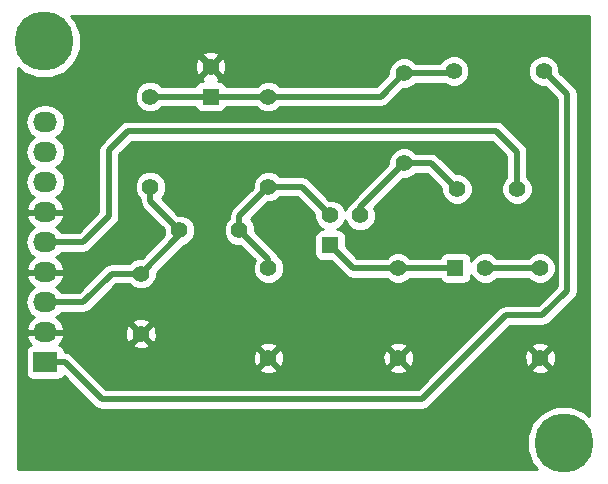
<source format=gbl>
G04 #@! TF.FileFunction,Copper,L2,Bot,Signal*
%FSLAX45Y45*%
G04 Gerber Fmt 4.5, Leading zero omitted, Abs format (unit mm)*
G04 Created by KiCad (PCBNEW (2015-01-25 BZR 5388)-product) date Mo 03 Aug 2015 14:17:27 CEST*
%MOMM*%
G01*
G04 APERTURE LIST*
%ADD10C,0.150000*%
%ADD11C,5.001260*%
%ADD12C,1.397000*%
%ADD13R,2.032000X1.727200*%
%ADD14O,2.032000X1.727200*%
%ADD15R,1.397000X1.397000*%
%ADD16C,0.508000*%
%ADD17C,0.254000*%
G04 APERTURE END LIST*
D10*
D11*
X17100042Y-9900158D03*
X12700000Y-6499860D03*
D12*
X14599920Y-8419084D03*
X14599920Y-9181084D03*
X16899890Y-8419084D03*
X16899890Y-9181084D03*
X16168878Y-6750050D03*
X16930878Y-6750050D03*
X15749778Y-6769100D03*
X15749778Y-7531100D03*
X14599920Y-6968998D03*
X14599920Y-7730998D03*
X13599922Y-6968998D03*
X13599922Y-7730998D03*
X15699994Y-8419084D03*
X15699994Y-9181084D03*
X16195802Y-7750048D03*
X16703802Y-7750048D03*
X13846048Y-8100060D03*
X14354048Y-8100060D03*
X13519912Y-8466074D03*
X13519912Y-8974074D03*
D13*
X12710000Y-9216000D03*
D14*
X12710000Y-8962000D03*
X12710000Y-8708000D03*
X12710000Y-8454000D03*
X12710000Y-8200000D03*
X12710000Y-7946000D03*
X12710000Y-7692000D03*
X12710000Y-7438000D03*
X12710000Y-7184000D03*
D15*
X14110000Y-6967000D03*
D12*
X14110000Y-6713000D03*
D15*
X16183000Y-8420000D03*
D12*
X16437000Y-8420000D03*
D15*
X15123000Y-8227000D03*
D12*
X15123000Y-7973000D03*
X15377000Y-7973000D03*
D16*
X12876000Y-9216000D02*
X13190000Y-9530000D01*
X13190000Y-9530000D02*
X15900000Y-9530000D01*
X15900000Y-9530000D02*
X16610000Y-8820000D01*
X16610000Y-8820000D02*
X16920000Y-8820000D01*
X16920000Y-8820000D02*
X17130000Y-8610000D01*
X17130000Y-8610000D02*
X17130000Y-6949172D01*
X17130000Y-6949172D02*
X16930878Y-6750050D01*
X12710000Y-9216000D02*
X12876000Y-9216000D01*
X13599922Y-7730998D02*
X13599922Y-7853934D01*
X13599922Y-7853934D02*
X13846048Y-8100060D01*
X13846048Y-8100060D02*
X13846048Y-8139938D01*
X13846048Y-8139938D02*
X13519912Y-8466074D01*
X13032000Y-8708000D02*
X13273926Y-8466074D01*
X13273926Y-8466074D02*
X13519912Y-8466074D01*
X12710000Y-8708000D02*
X13032000Y-8708000D01*
X15749778Y-6769100D02*
X16149828Y-6769100D01*
X16149828Y-6769100D02*
X16168878Y-6750050D01*
X14599920Y-6968998D02*
X15549880Y-6968998D01*
X15549880Y-6968998D02*
X15749778Y-6769100D01*
X14108002Y-6968998D02*
X14110000Y-6967000D01*
X13599922Y-6968998D02*
X14108002Y-6968998D01*
X14597922Y-6967000D02*
X14599920Y-6968998D01*
X14110000Y-6967000D02*
X14597922Y-6967000D01*
X14880844Y-7730998D02*
X15122906Y-7973060D01*
X14354048Y-8100060D02*
X14354048Y-7976870D01*
X14599920Y-7730998D02*
X14880844Y-7730998D01*
X14354048Y-7976870D02*
X14599920Y-7730998D01*
X14599920Y-8345932D02*
X14354048Y-8100060D01*
X14599920Y-8419084D02*
X14599920Y-8345932D01*
X15699994Y-8419084D02*
X15314930Y-8419084D01*
X15719044Y-8400034D02*
X15699994Y-8419084D01*
X15314930Y-8419084D02*
X15122906Y-8227060D01*
X16182084Y-8419084D02*
X16183000Y-8420000D01*
X15699994Y-8419084D02*
X16182084Y-8419084D01*
X16898974Y-8420000D02*
X16899890Y-8419084D01*
X16437000Y-8420000D02*
X16898974Y-8420000D01*
X15749778Y-7531100D02*
X15976854Y-7531100D01*
X15376906Y-7973060D02*
X15376906Y-7903972D01*
X15376906Y-7903972D02*
X15749778Y-7531100D01*
X15976854Y-7531100D02*
X16195802Y-7750048D01*
X16703802Y-7433802D02*
X16530000Y-7260000D01*
X16530000Y-7260000D02*
X13410000Y-7260000D01*
X13410000Y-7260000D02*
X13250000Y-7420000D01*
X13250000Y-7420000D02*
X13250000Y-7980000D01*
X13250000Y-7980000D02*
X13030000Y-8200000D01*
X13030000Y-8200000D02*
X12710000Y-8200000D01*
X16703802Y-7750048D02*
X16703802Y-7433802D01*
D17*
G36*
X17317466Y-9674129D02*
X17277893Y-9634487D01*
X17218900Y-9609991D01*
X17218900Y-8610000D01*
X17218900Y-6949172D01*
X17212133Y-6915151D01*
X17192862Y-6886310D01*
X17064221Y-6757670D01*
X17064251Y-6723641D01*
X17043993Y-6674612D01*
X17006513Y-6637067D01*
X16957519Y-6616723D01*
X16904469Y-6616677D01*
X16855440Y-6636935D01*
X16817895Y-6674415D01*
X16797551Y-6723409D01*
X16797505Y-6776459D01*
X16817763Y-6825488D01*
X16855243Y-6863033D01*
X16904237Y-6883377D01*
X16938511Y-6883407D01*
X17041100Y-6985996D01*
X17041100Y-8573176D01*
X17033263Y-8581013D01*
X17033263Y-8392675D01*
X17013005Y-8343646D01*
X16975525Y-8306101D01*
X16926531Y-8285757D01*
X16873481Y-8285711D01*
X16837175Y-8300712D01*
X16837175Y-7723639D01*
X16816917Y-7674610D01*
X16792702Y-7650353D01*
X16792702Y-7433802D01*
X16785935Y-7399781D01*
X16766664Y-7370940D01*
X16592862Y-7197138D01*
X16564021Y-7177867D01*
X16530000Y-7171100D01*
X16302251Y-7171100D01*
X16302251Y-6723641D01*
X16281993Y-6674612D01*
X16244513Y-6637067D01*
X16195519Y-6616723D01*
X16142469Y-6616677D01*
X16093440Y-6636935D01*
X16055895Y-6674415D01*
X16053493Y-6680200D01*
X15849454Y-6680200D01*
X15825413Y-6656117D01*
X15776419Y-6635773D01*
X15723369Y-6635727D01*
X15674340Y-6655985D01*
X15636795Y-6693465D01*
X15616451Y-6742459D01*
X15616421Y-6776733D01*
X15513056Y-6880098D01*
X14699596Y-6880098D01*
X14675555Y-6856015D01*
X14626561Y-6835671D01*
X14573511Y-6835625D01*
X14524482Y-6855883D01*
X14502227Y-6878100D01*
X14244593Y-6878100D01*
X14244593Y-6732252D01*
X14241715Y-6679280D01*
X14226980Y-6643707D01*
X14203419Y-6637542D01*
X14185458Y-6655502D01*
X14185458Y-6619581D01*
X14179293Y-6596020D01*
X14129252Y-6578407D01*
X14076280Y-6581285D01*
X14040707Y-6596020D01*
X14034542Y-6619581D01*
X14110000Y-6695039D01*
X14185458Y-6619581D01*
X14185458Y-6655502D01*
X14127960Y-6713000D01*
X14203419Y-6788458D01*
X14226980Y-6782293D01*
X14244593Y-6732252D01*
X14244593Y-6878100D01*
X14240898Y-6878100D01*
X14239896Y-6872938D01*
X14225917Y-6851657D01*
X14204814Y-6837412D01*
X14179850Y-6832406D01*
X14173436Y-6832406D01*
X14179293Y-6829980D01*
X14185458Y-6806419D01*
X14110000Y-6730960D01*
X14092039Y-6748921D01*
X14092039Y-6713000D01*
X14016581Y-6637542D01*
X13993020Y-6643707D01*
X13975407Y-6693748D01*
X13978285Y-6746720D01*
X13993020Y-6782293D01*
X14016581Y-6788458D01*
X14092039Y-6713000D01*
X14092039Y-6748921D01*
X14034542Y-6806419D01*
X14040707Y-6829980D01*
X14047600Y-6832406D01*
X14040150Y-6832406D01*
X14015938Y-6837104D01*
X13994657Y-6851083D01*
X13980412Y-6872186D01*
X13978826Y-6880098D01*
X13699598Y-6880098D01*
X13675557Y-6856015D01*
X13626563Y-6835671D01*
X13573513Y-6835625D01*
X13524484Y-6855883D01*
X13486939Y-6893363D01*
X13466595Y-6942357D01*
X13466549Y-6995407D01*
X13486807Y-7044436D01*
X13524287Y-7081981D01*
X13573281Y-7102325D01*
X13626331Y-7102371D01*
X13675360Y-7082113D01*
X13699617Y-7057898D01*
X13979490Y-7057898D01*
X13980104Y-7061062D01*
X13994083Y-7082343D01*
X14015186Y-7096588D01*
X14040150Y-7101594D01*
X14179850Y-7101594D01*
X14204062Y-7096896D01*
X14225343Y-7082917D01*
X14239588Y-7061814D01*
X14240774Y-7055900D01*
X14498249Y-7055900D01*
X14524285Y-7081981D01*
X14573279Y-7102325D01*
X14626329Y-7102371D01*
X14675358Y-7082113D01*
X14699615Y-7057898D01*
X15549880Y-7057898D01*
X15583900Y-7051131D01*
X15583901Y-7051131D01*
X15612742Y-7031860D01*
X15742158Y-6902443D01*
X15776187Y-6902473D01*
X15825216Y-6882215D01*
X15849473Y-6858000D01*
X16088219Y-6858000D01*
X16093243Y-6863033D01*
X16142237Y-6883377D01*
X16195287Y-6883423D01*
X16244316Y-6863165D01*
X16281861Y-6825685D01*
X16302205Y-6776691D01*
X16302251Y-6723641D01*
X16302251Y-7171100D01*
X13410000Y-7171100D01*
X13375979Y-7177867D01*
X13347138Y-7197138D01*
X13187138Y-7357138D01*
X13167867Y-7385979D01*
X13161100Y-7420000D01*
X13161100Y-7943176D01*
X12993176Y-8111100D01*
X12878334Y-8111100D01*
X12878334Y-7692000D01*
X12866927Y-7634651D01*
X12834441Y-7586033D01*
X12802963Y-7565000D01*
X12834441Y-7543967D01*
X12866927Y-7495349D01*
X12878334Y-7438000D01*
X12866927Y-7380651D01*
X12834441Y-7332033D01*
X12802963Y-7311000D01*
X12834441Y-7289967D01*
X12866927Y-7241349D01*
X12878334Y-7184000D01*
X12866927Y-7126651D01*
X12834441Y-7078033D01*
X12785823Y-7045547D01*
X12728474Y-7034140D01*
X12691525Y-7034140D01*
X12634177Y-7045547D01*
X12585558Y-7078033D01*
X12553073Y-7126651D01*
X12541665Y-7184000D01*
X12553073Y-7241349D01*
X12585558Y-7289967D01*
X12617036Y-7311000D01*
X12585558Y-7332033D01*
X12553073Y-7380651D01*
X12541665Y-7438000D01*
X12553073Y-7495349D01*
X12585558Y-7543967D01*
X12617036Y-7565000D01*
X12585558Y-7586033D01*
X12553073Y-7634651D01*
X12541665Y-7692000D01*
X12553073Y-7749349D01*
X12585558Y-7797967D01*
X12616507Y-7818646D01*
X12574927Y-7855796D01*
X12549529Y-7908521D01*
X12549264Y-7910097D01*
X12561378Y-7933300D01*
X12697300Y-7933300D01*
X12697300Y-7931300D01*
X12722700Y-7931300D01*
X12722700Y-7933300D01*
X12858622Y-7933300D01*
X12870736Y-7910097D01*
X12870471Y-7908521D01*
X12845073Y-7855796D01*
X12803493Y-7818646D01*
X12834441Y-7797967D01*
X12866927Y-7749349D01*
X12878334Y-7692000D01*
X12878334Y-8111100D01*
X12845845Y-8111100D01*
X12834441Y-8094033D01*
X12803493Y-8073354D01*
X12845073Y-8036204D01*
X12870471Y-7983479D01*
X12870736Y-7981903D01*
X12858622Y-7958700D01*
X12722700Y-7958700D01*
X12722700Y-7960700D01*
X12697300Y-7960700D01*
X12697300Y-7958700D01*
X12561378Y-7958700D01*
X12549264Y-7981903D01*
X12549529Y-7983479D01*
X12574927Y-8036204D01*
X12616507Y-8073354D01*
X12585558Y-8094033D01*
X12553073Y-8142651D01*
X12541665Y-8200000D01*
X12553073Y-8257349D01*
X12585558Y-8305967D01*
X12616507Y-8326646D01*
X12574927Y-8363796D01*
X12549529Y-8416521D01*
X12549264Y-8418097D01*
X12561378Y-8441300D01*
X12697300Y-8441300D01*
X12697300Y-8439300D01*
X12722700Y-8439300D01*
X12722700Y-8441300D01*
X12858622Y-8441300D01*
X12870736Y-8418097D01*
X12870471Y-8416521D01*
X12845073Y-8363796D01*
X12803493Y-8326646D01*
X12834441Y-8305967D01*
X12845845Y-8288900D01*
X13030000Y-8288900D01*
X13064020Y-8282133D01*
X13064021Y-8282133D01*
X13092862Y-8262862D01*
X13312862Y-8042862D01*
X13332133Y-8014021D01*
X13332133Y-8014020D01*
X13338900Y-7980000D01*
X13338900Y-7456824D01*
X13446824Y-7348900D01*
X16493176Y-7348900D01*
X16614902Y-7470626D01*
X16614902Y-7650372D01*
X16590819Y-7674413D01*
X16570475Y-7723407D01*
X16570429Y-7776457D01*
X16590687Y-7825486D01*
X16628167Y-7863031D01*
X16677161Y-7883375D01*
X16730211Y-7883421D01*
X16779240Y-7863163D01*
X16816785Y-7825683D01*
X16837129Y-7776689D01*
X16837175Y-7723639D01*
X16837175Y-8300712D01*
X16824452Y-8305969D01*
X16799278Y-8331100D01*
X16536676Y-8331100D01*
X16512635Y-8307017D01*
X16463641Y-8286673D01*
X16410591Y-8286627D01*
X16361562Y-8306885D01*
X16324017Y-8344365D01*
X16317594Y-8359834D01*
X16317594Y-8350150D01*
X16312896Y-8325938D01*
X16298917Y-8304657D01*
X16277814Y-8290412D01*
X16252850Y-8285406D01*
X16113150Y-8285406D01*
X16088938Y-8290104D01*
X16067657Y-8304083D01*
X16053412Y-8325186D01*
X16052410Y-8330184D01*
X15799670Y-8330184D01*
X15775629Y-8306101D01*
X15726635Y-8285757D01*
X15673585Y-8285711D01*
X15624556Y-8305969D01*
X15600299Y-8330184D01*
X15351754Y-8330184D01*
X15257594Y-8236024D01*
X15257594Y-8157150D01*
X15252896Y-8132938D01*
X15238917Y-8111657D01*
X15217814Y-8097412D01*
X15192850Y-8092406D01*
X15183212Y-8092406D01*
X15198438Y-8086115D01*
X15235983Y-8048635D01*
X15250009Y-8014855D01*
X15263885Y-8048438D01*
X15301365Y-8085983D01*
X15350359Y-8106327D01*
X15403409Y-8106373D01*
X15452438Y-8086115D01*
X15489983Y-8048635D01*
X15510327Y-7999641D01*
X15510373Y-7946591D01*
X15495648Y-7910954D01*
X15742158Y-7664443D01*
X15776187Y-7664473D01*
X15825216Y-7644215D01*
X15849473Y-7620000D01*
X15940030Y-7620000D01*
X16062458Y-7742428D01*
X16062429Y-7776457D01*
X16082687Y-7825486D01*
X16120167Y-7863031D01*
X16169161Y-7883375D01*
X16222211Y-7883421D01*
X16271240Y-7863163D01*
X16308785Y-7825683D01*
X16329129Y-7776689D01*
X16329175Y-7723639D01*
X16308917Y-7674610D01*
X16271437Y-7637065D01*
X16222443Y-7616721D01*
X16188169Y-7616691D01*
X16039716Y-7468238D01*
X16010875Y-7448967D01*
X15976854Y-7442200D01*
X15849454Y-7442200D01*
X15825413Y-7418117D01*
X15776419Y-7397773D01*
X15723369Y-7397727D01*
X15674340Y-7417985D01*
X15636795Y-7455465D01*
X15616451Y-7504459D01*
X15616421Y-7538733D01*
X15314044Y-7841110D01*
X15301373Y-7860074D01*
X15301373Y-7860074D01*
X15264017Y-7897365D01*
X15249991Y-7931145D01*
X15236115Y-7897562D01*
X15198635Y-7860017D01*
X15149641Y-7839673D01*
X15115213Y-7839643D01*
X14943706Y-7668136D01*
X14914865Y-7648865D01*
X14880844Y-7642098D01*
X14699596Y-7642098D01*
X14675555Y-7618015D01*
X14626561Y-7597671D01*
X14573511Y-7597625D01*
X14524482Y-7617883D01*
X14486937Y-7655363D01*
X14466593Y-7704357D01*
X14466563Y-7738631D01*
X14291186Y-7914008D01*
X14271915Y-7942849D01*
X14265148Y-7976870D01*
X14265148Y-8000384D01*
X14241065Y-8024425D01*
X14220721Y-8073419D01*
X14220675Y-8126469D01*
X14240933Y-8175498D01*
X14278413Y-8213043D01*
X14327407Y-8233387D01*
X14361681Y-8233417D01*
X14482470Y-8354206D01*
X14466593Y-8392443D01*
X14466547Y-8445493D01*
X14486805Y-8494522D01*
X14524285Y-8532067D01*
X14573279Y-8552411D01*
X14626329Y-8552457D01*
X14675358Y-8532199D01*
X14712903Y-8494719D01*
X14733247Y-8445725D01*
X14733293Y-8392675D01*
X14713035Y-8343646D01*
X14682226Y-8312784D01*
X14682053Y-8311911D01*
X14682053Y-8311911D01*
X14662782Y-8283070D01*
X14487391Y-8107680D01*
X14487421Y-8073651D01*
X14467163Y-8024622D01*
X14449606Y-8007035D01*
X14592300Y-7864341D01*
X14626329Y-7864371D01*
X14675358Y-7844113D01*
X14699615Y-7819898D01*
X14844020Y-7819898D01*
X14989656Y-7965534D01*
X14989627Y-7999409D01*
X15009885Y-8048438D01*
X15047365Y-8085983D01*
X15062834Y-8092406D01*
X15053150Y-8092406D01*
X15028938Y-8097104D01*
X15007657Y-8111083D01*
X14993412Y-8132186D01*
X14988406Y-8157150D01*
X14988406Y-8296850D01*
X14993104Y-8321062D01*
X15007083Y-8342343D01*
X15028186Y-8356588D01*
X15053150Y-8361594D01*
X15131716Y-8361594D01*
X15252068Y-8481946D01*
X15280909Y-8501217D01*
X15314930Y-8507984D01*
X15600318Y-8507984D01*
X15624359Y-8532067D01*
X15673353Y-8552411D01*
X15726403Y-8552457D01*
X15775432Y-8532199D01*
X15799689Y-8507984D01*
X16051924Y-8507984D01*
X16053104Y-8514062D01*
X16067083Y-8535343D01*
X16088186Y-8549588D01*
X16113150Y-8554594D01*
X16252850Y-8554594D01*
X16277062Y-8549896D01*
X16298343Y-8535917D01*
X16312588Y-8514814D01*
X16317594Y-8489850D01*
X16317594Y-8480212D01*
X16323885Y-8495438D01*
X16361365Y-8532983D01*
X16410359Y-8553327D01*
X16463409Y-8553373D01*
X16512438Y-8533115D01*
X16536695Y-8508900D01*
X16801128Y-8508900D01*
X16824255Y-8532067D01*
X16873249Y-8552411D01*
X16926299Y-8552457D01*
X16975328Y-8532199D01*
X17012873Y-8494719D01*
X17033217Y-8445725D01*
X17033263Y-8392675D01*
X17033263Y-8581013D01*
X16883176Y-8731100D01*
X16610000Y-8731100D01*
X16575979Y-8737867D01*
X16547138Y-8757138D01*
X15863176Y-9441100D01*
X15834587Y-9441100D01*
X15834587Y-9200336D01*
X15831709Y-9147364D01*
X15816974Y-9111791D01*
X15793413Y-9105626D01*
X15775452Y-9123586D01*
X15775452Y-9087665D01*
X15769287Y-9064104D01*
X15719246Y-9046491D01*
X15666274Y-9049369D01*
X15630701Y-9064104D01*
X15624536Y-9087665D01*
X15699994Y-9163124D01*
X15775452Y-9087665D01*
X15775452Y-9123586D01*
X15717954Y-9181084D01*
X15793413Y-9256542D01*
X15816974Y-9250377D01*
X15834587Y-9200336D01*
X15834587Y-9441100D01*
X15775452Y-9441100D01*
X15775452Y-9274503D01*
X15699994Y-9199045D01*
X15682033Y-9217005D01*
X15682033Y-9181084D01*
X15606575Y-9105626D01*
X15583014Y-9111791D01*
X15565401Y-9161832D01*
X15568279Y-9214804D01*
X15583014Y-9250377D01*
X15606575Y-9256542D01*
X15682033Y-9181084D01*
X15682033Y-9217005D01*
X15624536Y-9274503D01*
X15630701Y-9298064D01*
X15680742Y-9315677D01*
X15733714Y-9312799D01*
X15769287Y-9298064D01*
X15775452Y-9274503D01*
X15775452Y-9441100D01*
X14734513Y-9441100D01*
X14734513Y-9200336D01*
X14731635Y-9147364D01*
X14716900Y-9111791D01*
X14693339Y-9105626D01*
X14675378Y-9123586D01*
X14675378Y-9087665D01*
X14669213Y-9064104D01*
X14619172Y-9046491D01*
X14566200Y-9049369D01*
X14530627Y-9064104D01*
X14524462Y-9087665D01*
X14599920Y-9163124D01*
X14675378Y-9087665D01*
X14675378Y-9123586D01*
X14617880Y-9181084D01*
X14693339Y-9256542D01*
X14716900Y-9250377D01*
X14734513Y-9200336D01*
X14734513Y-9441100D01*
X14675378Y-9441100D01*
X14675378Y-9274503D01*
X14599920Y-9199045D01*
X14581959Y-9217005D01*
X14581959Y-9181084D01*
X14506501Y-9105626D01*
X14482940Y-9111791D01*
X14465327Y-9161832D01*
X14468205Y-9214804D01*
X14482940Y-9250377D01*
X14506501Y-9256542D01*
X14581959Y-9181084D01*
X14581959Y-9217005D01*
X14524462Y-9274503D01*
X14530627Y-9298064D01*
X14580668Y-9315677D01*
X14633640Y-9312799D01*
X14669213Y-9298064D01*
X14675378Y-9274503D01*
X14675378Y-9441100D01*
X13979421Y-9441100D01*
X13979421Y-8073651D01*
X13959163Y-8024622D01*
X13921683Y-7987077D01*
X13872689Y-7966733D01*
X13838415Y-7966703D01*
X13695610Y-7823898D01*
X13712905Y-7806633D01*
X13733249Y-7757639D01*
X13733295Y-7704589D01*
X13713037Y-7655560D01*
X13675557Y-7618015D01*
X13626563Y-7597671D01*
X13573513Y-7597625D01*
X13524484Y-7617883D01*
X13486939Y-7655363D01*
X13466595Y-7704357D01*
X13466549Y-7757407D01*
X13486807Y-7806436D01*
X13511022Y-7830693D01*
X13511022Y-7853934D01*
X13517789Y-7887955D01*
X13537060Y-7916796D01*
X13712704Y-8092440D01*
X13712675Y-8126469D01*
X13718850Y-8141413D01*
X13527532Y-8332730D01*
X13493503Y-8332701D01*
X13444474Y-8352959D01*
X13420217Y-8377174D01*
X13273926Y-8377174D01*
X13239905Y-8383941D01*
X13211064Y-8403212D01*
X12995176Y-8619100D01*
X12845845Y-8619100D01*
X12834441Y-8602033D01*
X12803493Y-8581354D01*
X12845073Y-8544204D01*
X12870471Y-8491479D01*
X12870736Y-8489903D01*
X12858622Y-8466700D01*
X12722700Y-8466700D01*
X12722700Y-8468700D01*
X12697300Y-8468700D01*
X12697300Y-8466700D01*
X12561378Y-8466700D01*
X12549264Y-8489903D01*
X12549529Y-8491479D01*
X12574927Y-8544204D01*
X12616507Y-8581354D01*
X12585558Y-8602033D01*
X12553073Y-8650651D01*
X12541665Y-8708000D01*
X12553073Y-8765349D01*
X12585558Y-8813967D01*
X12616507Y-8834646D01*
X12574927Y-8871796D01*
X12549529Y-8924521D01*
X12549264Y-8926097D01*
X12561378Y-8949300D01*
X12697300Y-8949300D01*
X12697300Y-8947300D01*
X12722700Y-8947300D01*
X12722700Y-8949300D01*
X12858622Y-8949300D01*
X12870736Y-8926097D01*
X12870471Y-8924521D01*
X12845073Y-8871796D01*
X12803493Y-8834646D01*
X12834441Y-8813967D01*
X12845845Y-8796900D01*
X13032000Y-8796900D01*
X13066020Y-8790133D01*
X13066021Y-8790133D01*
X13094862Y-8770862D01*
X13310750Y-8554974D01*
X13420236Y-8554974D01*
X13444277Y-8579057D01*
X13493271Y-8599401D01*
X13546321Y-8599447D01*
X13595350Y-8579189D01*
X13632895Y-8541709D01*
X13653239Y-8492715D01*
X13653269Y-8458441D01*
X13882374Y-8229335D01*
X13921486Y-8213175D01*
X13959031Y-8175695D01*
X13979375Y-8126701D01*
X13979421Y-8073651D01*
X13979421Y-9441100D01*
X13654505Y-9441100D01*
X13654505Y-8993326D01*
X13651627Y-8940354D01*
X13636892Y-8904781D01*
X13613331Y-8898616D01*
X13595370Y-8916576D01*
X13595370Y-8880655D01*
X13589205Y-8857094D01*
X13539164Y-8839481D01*
X13486192Y-8842359D01*
X13450619Y-8857094D01*
X13444454Y-8880655D01*
X13519912Y-8956114D01*
X13595370Y-8880655D01*
X13595370Y-8916576D01*
X13537872Y-8974074D01*
X13613331Y-9049532D01*
X13636892Y-9043367D01*
X13654505Y-8993326D01*
X13654505Y-9441100D01*
X13595370Y-9441100D01*
X13595370Y-9067493D01*
X13519912Y-8992035D01*
X13501951Y-9009995D01*
X13501951Y-8974074D01*
X13426493Y-8898616D01*
X13402932Y-8904781D01*
X13385319Y-8954822D01*
X13388197Y-9007794D01*
X13402932Y-9043367D01*
X13426493Y-9049532D01*
X13501951Y-8974074D01*
X13501951Y-9009995D01*
X13444454Y-9067493D01*
X13450619Y-9091054D01*
X13500660Y-9108667D01*
X13553632Y-9105789D01*
X13589205Y-9091054D01*
X13595370Y-9067493D01*
X13595370Y-9441100D01*
X13226824Y-9441100D01*
X12938862Y-9153138D01*
X12910021Y-9133867D01*
X12876000Y-9127100D01*
X12875851Y-9127100D01*
X12871646Y-9105428D01*
X12857667Y-9084147D01*
X12836564Y-9069902D01*
X12827335Y-9068052D01*
X12845073Y-9052204D01*
X12870471Y-8999479D01*
X12870736Y-8997903D01*
X12858622Y-8974700D01*
X12722700Y-8974700D01*
X12722700Y-8976700D01*
X12697300Y-8976700D01*
X12697300Y-8974700D01*
X12561378Y-8974700D01*
X12549264Y-8997903D01*
X12549529Y-8999479D01*
X12574927Y-9052204D01*
X12592570Y-9067967D01*
X12584188Y-9069594D01*
X12562907Y-9083573D01*
X12548662Y-9104676D01*
X12543656Y-9129640D01*
X12543656Y-9302360D01*
X12548354Y-9326572D01*
X12562333Y-9347853D01*
X12583436Y-9362098D01*
X12608400Y-9367104D01*
X12811600Y-9367104D01*
X12835812Y-9362406D01*
X12857093Y-9348427D01*
X12867414Y-9333137D01*
X13127138Y-9592862D01*
X13155979Y-9612133D01*
X13155979Y-9612133D01*
X13190000Y-9618900D01*
X15900000Y-9618900D01*
X15934020Y-9612133D01*
X15934021Y-9612133D01*
X15962862Y-9592862D01*
X16646824Y-8908900D01*
X16920000Y-8908900D01*
X16954021Y-8902133D01*
X16954021Y-8902133D01*
X16982862Y-8882862D01*
X17192862Y-8672862D01*
X17212133Y-8644021D01*
X17218900Y-8610000D01*
X17218900Y-9609991D01*
X17162687Y-9586650D01*
X17037944Y-9586541D01*
X17034483Y-9587971D01*
X17034483Y-9200336D01*
X17031605Y-9147364D01*
X17016870Y-9111791D01*
X16993309Y-9105626D01*
X16975348Y-9123586D01*
X16975348Y-9087665D01*
X16969183Y-9064104D01*
X16919142Y-9046491D01*
X16866170Y-9049369D01*
X16830597Y-9064104D01*
X16824432Y-9087665D01*
X16899890Y-9163124D01*
X16975348Y-9087665D01*
X16975348Y-9123586D01*
X16917851Y-9181084D01*
X16993309Y-9256542D01*
X17016870Y-9250377D01*
X17034483Y-9200336D01*
X17034483Y-9587971D01*
X16975348Y-9612405D01*
X16975348Y-9274503D01*
X16899890Y-9199045D01*
X16881930Y-9217005D01*
X16881930Y-9181084D01*
X16806471Y-9105626D01*
X16782910Y-9111791D01*
X16765297Y-9161832D01*
X16768175Y-9214804D01*
X16782910Y-9250377D01*
X16806471Y-9256542D01*
X16881930Y-9181084D01*
X16881930Y-9217005D01*
X16824432Y-9274503D01*
X16830597Y-9298064D01*
X16880638Y-9315677D01*
X16933610Y-9312799D01*
X16969183Y-9298064D01*
X16975348Y-9274503D01*
X16975348Y-9612405D01*
X16922655Y-9634177D01*
X16834371Y-9722307D01*
X16786534Y-9837513D01*
X16786425Y-9962256D01*
X16834061Y-10077545D01*
X16873775Y-10117328D01*
X12482576Y-10117328D01*
X12482576Y-6725889D01*
X12522149Y-6765531D01*
X12637355Y-6813368D01*
X12762098Y-6813477D01*
X12877387Y-6765841D01*
X12965671Y-6677711D01*
X13013508Y-6562505D01*
X13013617Y-6437762D01*
X12965981Y-6322473D01*
X12926014Y-6282436D01*
X17317466Y-6282436D01*
X17317466Y-9674129D01*
X17317466Y-9674129D01*
G37*
X17317466Y-9674129D02*
X17277893Y-9634487D01*
X17218900Y-9609991D01*
X17218900Y-8610000D01*
X17218900Y-6949172D01*
X17212133Y-6915151D01*
X17192862Y-6886310D01*
X17064221Y-6757670D01*
X17064251Y-6723641D01*
X17043993Y-6674612D01*
X17006513Y-6637067D01*
X16957519Y-6616723D01*
X16904469Y-6616677D01*
X16855440Y-6636935D01*
X16817895Y-6674415D01*
X16797551Y-6723409D01*
X16797505Y-6776459D01*
X16817763Y-6825488D01*
X16855243Y-6863033D01*
X16904237Y-6883377D01*
X16938511Y-6883407D01*
X17041100Y-6985996D01*
X17041100Y-8573176D01*
X17033263Y-8581013D01*
X17033263Y-8392675D01*
X17013005Y-8343646D01*
X16975525Y-8306101D01*
X16926531Y-8285757D01*
X16873481Y-8285711D01*
X16837175Y-8300712D01*
X16837175Y-7723639D01*
X16816917Y-7674610D01*
X16792702Y-7650353D01*
X16792702Y-7433802D01*
X16785935Y-7399781D01*
X16766664Y-7370940D01*
X16592862Y-7197138D01*
X16564021Y-7177867D01*
X16530000Y-7171100D01*
X16302251Y-7171100D01*
X16302251Y-6723641D01*
X16281993Y-6674612D01*
X16244513Y-6637067D01*
X16195519Y-6616723D01*
X16142469Y-6616677D01*
X16093440Y-6636935D01*
X16055895Y-6674415D01*
X16053493Y-6680200D01*
X15849454Y-6680200D01*
X15825413Y-6656117D01*
X15776419Y-6635773D01*
X15723369Y-6635727D01*
X15674340Y-6655985D01*
X15636795Y-6693465D01*
X15616451Y-6742459D01*
X15616421Y-6776733D01*
X15513056Y-6880098D01*
X14699596Y-6880098D01*
X14675555Y-6856015D01*
X14626561Y-6835671D01*
X14573511Y-6835625D01*
X14524482Y-6855883D01*
X14502227Y-6878100D01*
X14244593Y-6878100D01*
X14244593Y-6732252D01*
X14241715Y-6679280D01*
X14226980Y-6643707D01*
X14203419Y-6637542D01*
X14185458Y-6655502D01*
X14185458Y-6619581D01*
X14179293Y-6596020D01*
X14129252Y-6578407D01*
X14076280Y-6581285D01*
X14040707Y-6596020D01*
X14034542Y-6619581D01*
X14110000Y-6695039D01*
X14185458Y-6619581D01*
X14185458Y-6655502D01*
X14127960Y-6713000D01*
X14203419Y-6788458D01*
X14226980Y-6782293D01*
X14244593Y-6732252D01*
X14244593Y-6878100D01*
X14240898Y-6878100D01*
X14239896Y-6872938D01*
X14225917Y-6851657D01*
X14204814Y-6837412D01*
X14179850Y-6832406D01*
X14173436Y-6832406D01*
X14179293Y-6829980D01*
X14185458Y-6806419D01*
X14110000Y-6730960D01*
X14092039Y-6748921D01*
X14092039Y-6713000D01*
X14016581Y-6637542D01*
X13993020Y-6643707D01*
X13975407Y-6693748D01*
X13978285Y-6746720D01*
X13993020Y-6782293D01*
X14016581Y-6788458D01*
X14092039Y-6713000D01*
X14092039Y-6748921D01*
X14034542Y-6806419D01*
X14040707Y-6829980D01*
X14047600Y-6832406D01*
X14040150Y-6832406D01*
X14015938Y-6837104D01*
X13994657Y-6851083D01*
X13980412Y-6872186D01*
X13978826Y-6880098D01*
X13699598Y-6880098D01*
X13675557Y-6856015D01*
X13626563Y-6835671D01*
X13573513Y-6835625D01*
X13524484Y-6855883D01*
X13486939Y-6893363D01*
X13466595Y-6942357D01*
X13466549Y-6995407D01*
X13486807Y-7044436D01*
X13524287Y-7081981D01*
X13573281Y-7102325D01*
X13626331Y-7102371D01*
X13675360Y-7082113D01*
X13699617Y-7057898D01*
X13979490Y-7057898D01*
X13980104Y-7061062D01*
X13994083Y-7082343D01*
X14015186Y-7096588D01*
X14040150Y-7101594D01*
X14179850Y-7101594D01*
X14204062Y-7096896D01*
X14225343Y-7082917D01*
X14239588Y-7061814D01*
X14240774Y-7055900D01*
X14498249Y-7055900D01*
X14524285Y-7081981D01*
X14573279Y-7102325D01*
X14626329Y-7102371D01*
X14675358Y-7082113D01*
X14699615Y-7057898D01*
X15549880Y-7057898D01*
X15583900Y-7051131D01*
X15583901Y-7051131D01*
X15612742Y-7031860D01*
X15742158Y-6902443D01*
X15776187Y-6902473D01*
X15825216Y-6882215D01*
X15849473Y-6858000D01*
X16088219Y-6858000D01*
X16093243Y-6863033D01*
X16142237Y-6883377D01*
X16195287Y-6883423D01*
X16244316Y-6863165D01*
X16281861Y-6825685D01*
X16302205Y-6776691D01*
X16302251Y-6723641D01*
X16302251Y-7171100D01*
X13410000Y-7171100D01*
X13375979Y-7177867D01*
X13347138Y-7197138D01*
X13187138Y-7357138D01*
X13167867Y-7385979D01*
X13161100Y-7420000D01*
X13161100Y-7943176D01*
X12993176Y-8111100D01*
X12878334Y-8111100D01*
X12878334Y-7692000D01*
X12866927Y-7634651D01*
X12834441Y-7586033D01*
X12802963Y-7565000D01*
X12834441Y-7543967D01*
X12866927Y-7495349D01*
X12878334Y-7438000D01*
X12866927Y-7380651D01*
X12834441Y-7332033D01*
X12802963Y-7311000D01*
X12834441Y-7289967D01*
X12866927Y-7241349D01*
X12878334Y-7184000D01*
X12866927Y-7126651D01*
X12834441Y-7078033D01*
X12785823Y-7045547D01*
X12728474Y-7034140D01*
X12691525Y-7034140D01*
X12634177Y-7045547D01*
X12585558Y-7078033D01*
X12553073Y-7126651D01*
X12541665Y-7184000D01*
X12553073Y-7241349D01*
X12585558Y-7289967D01*
X12617036Y-7311000D01*
X12585558Y-7332033D01*
X12553073Y-7380651D01*
X12541665Y-7438000D01*
X12553073Y-7495349D01*
X12585558Y-7543967D01*
X12617036Y-7565000D01*
X12585558Y-7586033D01*
X12553073Y-7634651D01*
X12541665Y-7692000D01*
X12553073Y-7749349D01*
X12585558Y-7797967D01*
X12616507Y-7818646D01*
X12574927Y-7855796D01*
X12549529Y-7908521D01*
X12549264Y-7910097D01*
X12561378Y-7933300D01*
X12697300Y-7933300D01*
X12697300Y-7931300D01*
X12722700Y-7931300D01*
X12722700Y-7933300D01*
X12858622Y-7933300D01*
X12870736Y-7910097D01*
X12870471Y-7908521D01*
X12845073Y-7855796D01*
X12803493Y-7818646D01*
X12834441Y-7797967D01*
X12866927Y-7749349D01*
X12878334Y-7692000D01*
X12878334Y-8111100D01*
X12845845Y-8111100D01*
X12834441Y-8094033D01*
X12803493Y-8073354D01*
X12845073Y-8036204D01*
X12870471Y-7983479D01*
X12870736Y-7981903D01*
X12858622Y-7958700D01*
X12722700Y-7958700D01*
X12722700Y-7960700D01*
X12697300Y-7960700D01*
X12697300Y-7958700D01*
X12561378Y-7958700D01*
X12549264Y-7981903D01*
X12549529Y-7983479D01*
X12574927Y-8036204D01*
X12616507Y-8073354D01*
X12585558Y-8094033D01*
X12553073Y-8142651D01*
X12541665Y-8200000D01*
X12553073Y-8257349D01*
X12585558Y-8305967D01*
X12616507Y-8326646D01*
X12574927Y-8363796D01*
X12549529Y-8416521D01*
X12549264Y-8418097D01*
X12561378Y-8441300D01*
X12697300Y-8441300D01*
X12697300Y-8439300D01*
X12722700Y-8439300D01*
X12722700Y-8441300D01*
X12858622Y-8441300D01*
X12870736Y-8418097D01*
X12870471Y-8416521D01*
X12845073Y-8363796D01*
X12803493Y-8326646D01*
X12834441Y-8305967D01*
X12845845Y-8288900D01*
X13030000Y-8288900D01*
X13064020Y-8282133D01*
X13064021Y-8282133D01*
X13092862Y-8262862D01*
X13312862Y-8042862D01*
X13332133Y-8014021D01*
X13332133Y-8014020D01*
X13338900Y-7980000D01*
X13338900Y-7456824D01*
X13446824Y-7348900D01*
X16493176Y-7348900D01*
X16614902Y-7470626D01*
X16614902Y-7650372D01*
X16590819Y-7674413D01*
X16570475Y-7723407D01*
X16570429Y-7776457D01*
X16590687Y-7825486D01*
X16628167Y-7863031D01*
X16677161Y-7883375D01*
X16730211Y-7883421D01*
X16779240Y-7863163D01*
X16816785Y-7825683D01*
X16837129Y-7776689D01*
X16837175Y-7723639D01*
X16837175Y-8300712D01*
X16824452Y-8305969D01*
X16799278Y-8331100D01*
X16536676Y-8331100D01*
X16512635Y-8307017D01*
X16463641Y-8286673D01*
X16410591Y-8286627D01*
X16361562Y-8306885D01*
X16324017Y-8344365D01*
X16317594Y-8359834D01*
X16317594Y-8350150D01*
X16312896Y-8325938D01*
X16298917Y-8304657D01*
X16277814Y-8290412D01*
X16252850Y-8285406D01*
X16113150Y-8285406D01*
X16088938Y-8290104D01*
X16067657Y-8304083D01*
X16053412Y-8325186D01*
X16052410Y-8330184D01*
X15799670Y-8330184D01*
X15775629Y-8306101D01*
X15726635Y-8285757D01*
X15673585Y-8285711D01*
X15624556Y-8305969D01*
X15600299Y-8330184D01*
X15351754Y-8330184D01*
X15257594Y-8236024D01*
X15257594Y-8157150D01*
X15252896Y-8132938D01*
X15238917Y-8111657D01*
X15217814Y-8097412D01*
X15192850Y-8092406D01*
X15183212Y-8092406D01*
X15198438Y-8086115D01*
X15235983Y-8048635D01*
X15250009Y-8014855D01*
X15263885Y-8048438D01*
X15301365Y-8085983D01*
X15350359Y-8106327D01*
X15403409Y-8106373D01*
X15452438Y-8086115D01*
X15489983Y-8048635D01*
X15510327Y-7999641D01*
X15510373Y-7946591D01*
X15495648Y-7910954D01*
X15742158Y-7664443D01*
X15776187Y-7664473D01*
X15825216Y-7644215D01*
X15849473Y-7620000D01*
X15940030Y-7620000D01*
X16062458Y-7742428D01*
X16062429Y-7776457D01*
X16082687Y-7825486D01*
X16120167Y-7863031D01*
X16169161Y-7883375D01*
X16222211Y-7883421D01*
X16271240Y-7863163D01*
X16308785Y-7825683D01*
X16329129Y-7776689D01*
X16329175Y-7723639D01*
X16308917Y-7674610D01*
X16271437Y-7637065D01*
X16222443Y-7616721D01*
X16188169Y-7616691D01*
X16039716Y-7468238D01*
X16010875Y-7448967D01*
X15976854Y-7442200D01*
X15849454Y-7442200D01*
X15825413Y-7418117D01*
X15776419Y-7397773D01*
X15723369Y-7397727D01*
X15674340Y-7417985D01*
X15636795Y-7455465D01*
X15616451Y-7504459D01*
X15616421Y-7538733D01*
X15314044Y-7841110D01*
X15301373Y-7860074D01*
X15301373Y-7860074D01*
X15264017Y-7897365D01*
X15249991Y-7931145D01*
X15236115Y-7897562D01*
X15198635Y-7860017D01*
X15149641Y-7839673D01*
X15115213Y-7839643D01*
X14943706Y-7668136D01*
X14914865Y-7648865D01*
X14880844Y-7642098D01*
X14699596Y-7642098D01*
X14675555Y-7618015D01*
X14626561Y-7597671D01*
X14573511Y-7597625D01*
X14524482Y-7617883D01*
X14486937Y-7655363D01*
X14466593Y-7704357D01*
X14466563Y-7738631D01*
X14291186Y-7914008D01*
X14271915Y-7942849D01*
X14265148Y-7976870D01*
X14265148Y-8000384D01*
X14241065Y-8024425D01*
X14220721Y-8073419D01*
X14220675Y-8126469D01*
X14240933Y-8175498D01*
X14278413Y-8213043D01*
X14327407Y-8233387D01*
X14361681Y-8233417D01*
X14482470Y-8354206D01*
X14466593Y-8392443D01*
X14466547Y-8445493D01*
X14486805Y-8494522D01*
X14524285Y-8532067D01*
X14573279Y-8552411D01*
X14626329Y-8552457D01*
X14675358Y-8532199D01*
X14712903Y-8494719D01*
X14733247Y-8445725D01*
X14733293Y-8392675D01*
X14713035Y-8343646D01*
X14682226Y-8312784D01*
X14682053Y-8311911D01*
X14682053Y-8311911D01*
X14662782Y-8283070D01*
X14487391Y-8107680D01*
X14487421Y-8073651D01*
X14467163Y-8024622D01*
X14449606Y-8007035D01*
X14592300Y-7864341D01*
X14626329Y-7864371D01*
X14675358Y-7844113D01*
X14699615Y-7819898D01*
X14844020Y-7819898D01*
X14989656Y-7965534D01*
X14989627Y-7999409D01*
X15009885Y-8048438D01*
X15047365Y-8085983D01*
X15062834Y-8092406D01*
X15053150Y-8092406D01*
X15028938Y-8097104D01*
X15007657Y-8111083D01*
X14993412Y-8132186D01*
X14988406Y-8157150D01*
X14988406Y-8296850D01*
X14993104Y-8321062D01*
X15007083Y-8342343D01*
X15028186Y-8356588D01*
X15053150Y-8361594D01*
X15131716Y-8361594D01*
X15252068Y-8481946D01*
X15280909Y-8501217D01*
X15314930Y-8507984D01*
X15600318Y-8507984D01*
X15624359Y-8532067D01*
X15673353Y-8552411D01*
X15726403Y-8552457D01*
X15775432Y-8532199D01*
X15799689Y-8507984D01*
X16051924Y-8507984D01*
X16053104Y-8514062D01*
X16067083Y-8535343D01*
X16088186Y-8549588D01*
X16113150Y-8554594D01*
X16252850Y-8554594D01*
X16277062Y-8549896D01*
X16298343Y-8535917D01*
X16312588Y-8514814D01*
X16317594Y-8489850D01*
X16317594Y-8480212D01*
X16323885Y-8495438D01*
X16361365Y-8532983D01*
X16410359Y-8553327D01*
X16463409Y-8553373D01*
X16512438Y-8533115D01*
X16536695Y-8508900D01*
X16801128Y-8508900D01*
X16824255Y-8532067D01*
X16873249Y-8552411D01*
X16926299Y-8552457D01*
X16975328Y-8532199D01*
X17012873Y-8494719D01*
X17033217Y-8445725D01*
X17033263Y-8392675D01*
X17033263Y-8581013D01*
X16883176Y-8731100D01*
X16610000Y-8731100D01*
X16575979Y-8737867D01*
X16547138Y-8757138D01*
X15863176Y-9441100D01*
X15834587Y-9441100D01*
X15834587Y-9200336D01*
X15831709Y-9147364D01*
X15816974Y-9111791D01*
X15793413Y-9105626D01*
X15775452Y-9123586D01*
X15775452Y-9087665D01*
X15769287Y-9064104D01*
X15719246Y-9046491D01*
X15666274Y-9049369D01*
X15630701Y-9064104D01*
X15624536Y-9087665D01*
X15699994Y-9163124D01*
X15775452Y-9087665D01*
X15775452Y-9123586D01*
X15717954Y-9181084D01*
X15793413Y-9256542D01*
X15816974Y-9250377D01*
X15834587Y-9200336D01*
X15834587Y-9441100D01*
X15775452Y-9441100D01*
X15775452Y-9274503D01*
X15699994Y-9199045D01*
X15682033Y-9217005D01*
X15682033Y-9181084D01*
X15606575Y-9105626D01*
X15583014Y-9111791D01*
X15565401Y-9161832D01*
X15568279Y-9214804D01*
X15583014Y-9250377D01*
X15606575Y-9256542D01*
X15682033Y-9181084D01*
X15682033Y-9217005D01*
X15624536Y-9274503D01*
X15630701Y-9298064D01*
X15680742Y-9315677D01*
X15733714Y-9312799D01*
X15769287Y-9298064D01*
X15775452Y-9274503D01*
X15775452Y-9441100D01*
X14734513Y-9441100D01*
X14734513Y-9200336D01*
X14731635Y-9147364D01*
X14716900Y-9111791D01*
X14693339Y-9105626D01*
X14675378Y-9123586D01*
X14675378Y-9087665D01*
X14669213Y-9064104D01*
X14619172Y-9046491D01*
X14566200Y-9049369D01*
X14530627Y-9064104D01*
X14524462Y-9087665D01*
X14599920Y-9163124D01*
X14675378Y-9087665D01*
X14675378Y-9123586D01*
X14617880Y-9181084D01*
X14693339Y-9256542D01*
X14716900Y-9250377D01*
X14734513Y-9200336D01*
X14734513Y-9441100D01*
X14675378Y-9441100D01*
X14675378Y-9274503D01*
X14599920Y-9199045D01*
X14581959Y-9217005D01*
X14581959Y-9181084D01*
X14506501Y-9105626D01*
X14482940Y-9111791D01*
X14465327Y-9161832D01*
X14468205Y-9214804D01*
X14482940Y-9250377D01*
X14506501Y-9256542D01*
X14581959Y-9181084D01*
X14581959Y-9217005D01*
X14524462Y-9274503D01*
X14530627Y-9298064D01*
X14580668Y-9315677D01*
X14633640Y-9312799D01*
X14669213Y-9298064D01*
X14675378Y-9274503D01*
X14675378Y-9441100D01*
X13979421Y-9441100D01*
X13979421Y-8073651D01*
X13959163Y-8024622D01*
X13921683Y-7987077D01*
X13872689Y-7966733D01*
X13838415Y-7966703D01*
X13695610Y-7823898D01*
X13712905Y-7806633D01*
X13733249Y-7757639D01*
X13733295Y-7704589D01*
X13713037Y-7655560D01*
X13675557Y-7618015D01*
X13626563Y-7597671D01*
X13573513Y-7597625D01*
X13524484Y-7617883D01*
X13486939Y-7655363D01*
X13466595Y-7704357D01*
X13466549Y-7757407D01*
X13486807Y-7806436D01*
X13511022Y-7830693D01*
X13511022Y-7853934D01*
X13517789Y-7887955D01*
X13537060Y-7916796D01*
X13712704Y-8092440D01*
X13712675Y-8126469D01*
X13718850Y-8141413D01*
X13527532Y-8332730D01*
X13493503Y-8332701D01*
X13444474Y-8352959D01*
X13420217Y-8377174D01*
X13273926Y-8377174D01*
X13239905Y-8383941D01*
X13211064Y-8403212D01*
X12995176Y-8619100D01*
X12845845Y-8619100D01*
X12834441Y-8602033D01*
X12803493Y-8581354D01*
X12845073Y-8544204D01*
X12870471Y-8491479D01*
X12870736Y-8489903D01*
X12858622Y-8466700D01*
X12722700Y-8466700D01*
X12722700Y-8468700D01*
X12697300Y-8468700D01*
X12697300Y-8466700D01*
X12561378Y-8466700D01*
X12549264Y-8489903D01*
X12549529Y-8491479D01*
X12574927Y-8544204D01*
X12616507Y-8581354D01*
X12585558Y-8602033D01*
X12553073Y-8650651D01*
X12541665Y-8708000D01*
X12553073Y-8765349D01*
X12585558Y-8813967D01*
X12616507Y-8834646D01*
X12574927Y-8871796D01*
X12549529Y-8924521D01*
X12549264Y-8926097D01*
X12561378Y-8949300D01*
X12697300Y-8949300D01*
X12697300Y-8947300D01*
X12722700Y-8947300D01*
X12722700Y-8949300D01*
X12858622Y-8949300D01*
X12870736Y-8926097D01*
X12870471Y-8924521D01*
X12845073Y-8871796D01*
X12803493Y-8834646D01*
X12834441Y-8813967D01*
X12845845Y-8796900D01*
X13032000Y-8796900D01*
X13066020Y-8790133D01*
X13066021Y-8790133D01*
X13094862Y-8770862D01*
X13310750Y-8554974D01*
X13420236Y-8554974D01*
X13444277Y-8579057D01*
X13493271Y-8599401D01*
X13546321Y-8599447D01*
X13595350Y-8579189D01*
X13632895Y-8541709D01*
X13653239Y-8492715D01*
X13653269Y-8458441D01*
X13882374Y-8229335D01*
X13921486Y-8213175D01*
X13959031Y-8175695D01*
X13979375Y-8126701D01*
X13979421Y-8073651D01*
X13979421Y-9441100D01*
X13654505Y-9441100D01*
X13654505Y-8993326D01*
X13651627Y-8940354D01*
X13636892Y-8904781D01*
X13613331Y-8898616D01*
X13595370Y-8916576D01*
X13595370Y-8880655D01*
X13589205Y-8857094D01*
X13539164Y-8839481D01*
X13486192Y-8842359D01*
X13450619Y-8857094D01*
X13444454Y-8880655D01*
X13519912Y-8956114D01*
X13595370Y-8880655D01*
X13595370Y-8916576D01*
X13537872Y-8974074D01*
X13613331Y-9049532D01*
X13636892Y-9043367D01*
X13654505Y-8993326D01*
X13654505Y-9441100D01*
X13595370Y-9441100D01*
X13595370Y-9067493D01*
X13519912Y-8992035D01*
X13501951Y-9009995D01*
X13501951Y-8974074D01*
X13426493Y-8898616D01*
X13402932Y-8904781D01*
X13385319Y-8954822D01*
X13388197Y-9007794D01*
X13402932Y-9043367D01*
X13426493Y-9049532D01*
X13501951Y-8974074D01*
X13501951Y-9009995D01*
X13444454Y-9067493D01*
X13450619Y-9091054D01*
X13500660Y-9108667D01*
X13553632Y-9105789D01*
X13589205Y-9091054D01*
X13595370Y-9067493D01*
X13595370Y-9441100D01*
X13226824Y-9441100D01*
X12938862Y-9153138D01*
X12910021Y-9133867D01*
X12876000Y-9127100D01*
X12875851Y-9127100D01*
X12871646Y-9105428D01*
X12857667Y-9084147D01*
X12836564Y-9069902D01*
X12827335Y-9068052D01*
X12845073Y-9052204D01*
X12870471Y-8999479D01*
X12870736Y-8997903D01*
X12858622Y-8974700D01*
X12722700Y-8974700D01*
X12722700Y-8976700D01*
X12697300Y-8976700D01*
X12697300Y-8974700D01*
X12561378Y-8974700D01*
X12549264Y-8997903D01*
X12549529Y-8999479D01*
X12574927Y-9052204D01*
X12592570Y-9067967D01*
X12584188Y-9069594D01*
X12562907Y-9083573D01*
X12548662Y-9104676D01*
X12543656Y-9129640D01*
X12543656Y-9302360D01*
X12548354Y-9326572D01*
X12562333Y-9347853D01*
X12583436Y-9362098D01*
X12608400Y-9367104D01*
X12811600Y-9367104D01*
X12835812Y-9362406D01*
X12857093Y-9348427D01*
X12867414Y-9333137D01*
X13127138Y-9592862D01*
X13155979Y-9612133D01*
X13155979Y-9612133D01*
X13190000Y-9618900D01*
X15900000Y-9618900D01*
X15934020Y-9612133D01*
X15934021Y-9612133D01*
X15962862Y-9592862D01*
X16646824Y-8908900D01*
X16920000Y-8908900D01*
X16954021Y-8902133D01*
X16954021Y-8902133D01*
X16982862Y-8882862D01*
X17192862Y-8672862D01*
X17212133Y-8644021D01*
X17218900Y-8610000D01*
X17218900Y-9609991D01*
X17162687Y-9586650D01*
X17037944Y-9586541D01*
X17034483Y-9587971D01*
X17034483Y-9200336D01*
X17031605Y-9147364D01*
X17016870Y-9111791D01*
X16993309Y-9105626D01*
X16975348Y-9123586D01*
X16975348Y-9087665D01*
X16969183Y-9064104D01*
X16919142Y-9046491D01*
X16866170Y-9049369D01*
X16830597Y-9064104D01*
X16824432Y-9087665D01*
X16899890Y-9163124D01*
X16975348Y-9087665D01*
X16975348Y-9123586D01*
X16917851Y-9181084D01*
X16993309Y-9256542D01*
X17016870Y-9250377D01*
X17034483Y-9200336D01*
X17034483Y-9587971D01*
X16975348Y-9612405D01*
X16975348Y-9274503D01*
X16899890Y-9199045D01*
X16881930Y-9217005D01*
X16881930Y-9181084D01*
X16806471Y-9105626D01*
X16782910Y-9111791D01*
X16765297Y-9161832D01*
X16768175Y-9214804D01*
X16782910Y-9250377D01*
X16806471Y-9256542D01*
X16881930Y-9181084D01*
X16881930Y-9217005D01*
X16824432Y-9274503D01*
X16830597Y-9298064D01*
X16880638Y-9315677D01*
X16933610Y-9312799D01*
X16969183Y-9298064D01*
X16975348Y-9274503D01*
X16975348Y-9612405D01*
X16922655Y-9634177D01*
X16834371Y-9722307D01*
X16786534Y-9837513D01*
X16786425Y-9962256D01*
X16834061Y-10077545D01*
X16873775Y-10117328D01*
X12482576Y-10117328D01*
X12482576Y-6725889D01*
X12522149Y-6765531D01*
X12637355Y-6813368D01*
X12762098Y-6813477D01*
X12877387Y-6765841D01*
X12965671Y-6677711D01*
X13013508Y-6562505D01*
X13013617Y-6437762D01*
X12965981Y-6322473D01*
X12926014Y-6282436D01*
X17317466Y-6282436D01*
X17317466Y-9674129D01*
M02*

</source>
